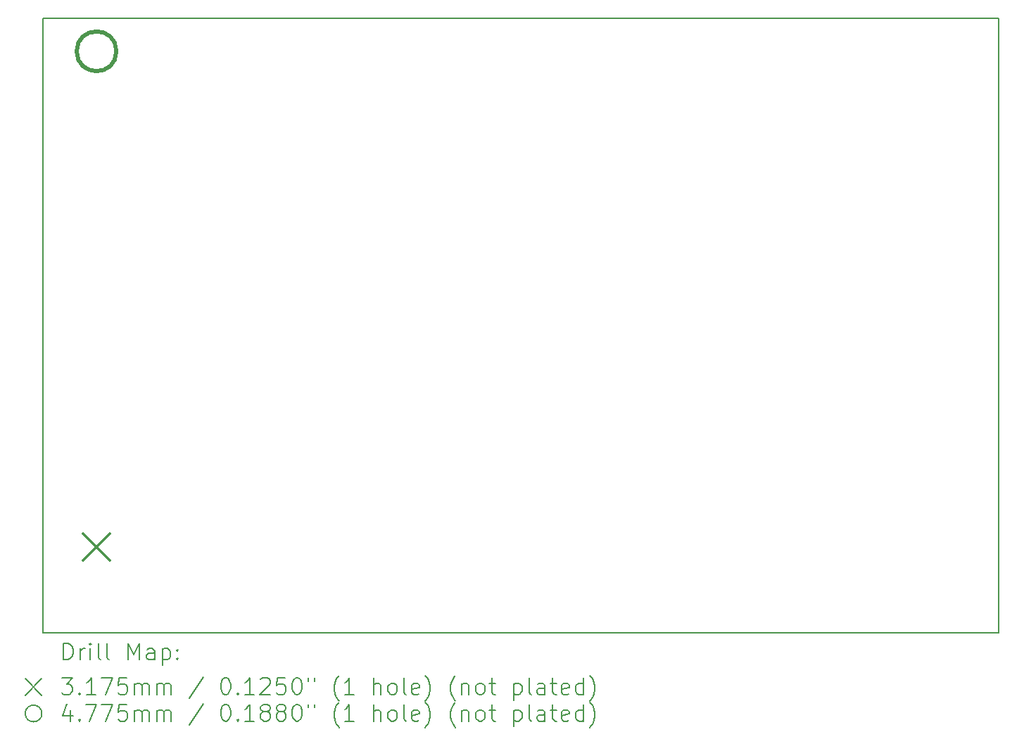
<source format=gbr>
%TF.GenerationSoftware,KiCad,Pcbnew,9.0.0*%
%TF.CreationDate,2025-03-15T18:23:44-05:00*%
%TF.ProjectId,Model I RS232,4d6f6465-6c20-4492-9052-533233322e6b,rev?*%
%TF.SameCoordinates,Original*%
%TF.FileFunction,Drillmap*%
%TF.FilePolarity,Positive*%
%FSLAX45Y45*%
G04 Gerber Fmt 4.5, Leading zero omitted, Abs format (unit mm)*
G04 Created by KiCad (PCBNEW 9.0.0) date 2025-03-15 18:23:44*
%MOMM*%
%LPD*%
G01*
G04 APERTURE LIST*
%ADD10C,0.200000*%
%ADD11C,0.317500*%
%ADD12C,0.477520*%
G04 APERTURE END LIST*
D10*
X7510000Y-7460000D02*
X19010000Y-7460000D01*
X19010000Y-14860000D01*
X7510000Y-14860000D01*
X7510000Y-7460000D01*
D11*
X7999250Y-13666250D02*
X8316750Y-13983750D01*
X8316750Y-13666250D02*
X7999250Y-13983750D01*
D12*
X8396760Y-7856000D02*
G75*
G02*
X7919240Y-7856000I-238760J0D01*
G01*
X7919240Y-7856000D02*
G75*
G02*
X8396760Y-7856000I238760J0D01*
G01*
D10*
X7760777Y-15181484D02*
X7760777Y-14981484D01*
X7760777Y-14981484D02*
X7808396Y-14981484D01*
X7808396Y-14981484D02*
X7836967Y-14991008D01*
X7836967Y-14991008D02*
X7856015Y-15010055D01*
X7856015Y-15010055D02*
X7865539Y-15029103D01*
X7865539Y-15029103D02*
X7875062Y-15067198D01*
X7875062Y-15067198D02*
X7875062Y-15095769D01*
X7875062Y-15095769D02*
X7865539Y-15133865D01*
X7865539Y-15133865D02*
X7856015Y-15152912D01*
X7856015Y-15152912D02*
X7836967Y-15171960D01*
X7836967Y-15171960D02*
X7808396Y-15181484D01*
X7808396Y-15181484D02*
X7760777Y-15181484D01*
X7960777Y-15181484D02*
X7960777Y-15048150D01*
X7960777Y-15086246D02*
X7970301Y-15067198D01*
X7970301Y-15067198D02*
X7979824Y-15057674D01*
X7979824Y-15057674D02*
X7998872Y-15048150D01*
X7998872Y-15048150D02*
X8017920Y-15048150D01*
X8084586Y-15181484D02*
X8084586Y-15048150D01*
X8084586Y-14981484D02*
X8075062Y-14991008D01*
X8075062Y-14991008D02*
X8084586Y-15000531D01*
X8084586Y-15000531D02*
X8094110Y-14991008D01*
X8094110Y-14991008D02*
X8084586Y-14981484D01*
X8084586Y-14981484D02*
X8084586Y-15000531D01*
X8208396Y-15181484D02*
X8189348Y-15171960D01*
X8189348Y-15171960D02*
X8179824Y-15152912D01*
X8179824Y-15152912D02*
X8179824Y-14981484D01*
X8313158Y-15181484D02*
X8294110Y-15171960D01*
X8294110Y-15171960D02*
X8284586Y-15152912D01*
X8284586Y-15152912D02*
X8284586Y-14981484D01*
X8541729Y-15181484D02*
X8541729Y-14981484D01*
X8541729Y-14981484D02*
X8608396Y-15124341D01*
X8608396Y-15124341D02*
X8675063Y-14981484D01*
X8675063Y-14981484D02*
X8675063Y-15181484D01*
X8856015Y-15181484D02*
X8856015Y-15076722D01*
X8856015Y-15076722D02*
X8846491Y-15057674D01*
X8846491Y-15057674D02*
X8827444Y-15048150D01*
X8827444Y-15048150D02*
X8789348Y-15048150D01*
X8789348Y-15048150D02*
X8770301Y-15057674D01*
X8856015Y-15171960D02*
X8836967Y-15181484D01*
X8836967Y-15181484D02*
X8789348Y-15181484D01*
X8789348Y-15181484D02*
X8770301Y-15171960D01*
X8770301Y-15171960D02*
X8760777Y-15152912D01*
X8760777Y-15152912D02*
X8760777Y-15133865D01*
X8760777Y-15133865D02*
X8770301Y-15114817D01*
X8770301Y-15114817D02*
X8789348Y-15105293D01*
X8789348Y-15105293D02*
X8836967Y-15105293D01*
X8836967Y-15105293D02*
X8856015Y-15095769D01*
X8951253Y-15048150D02*
X8951253Y-15248150D01*
X8951253Y-15057674D02*
X8970301Y-15048150D01*
X8970301Y-15048150D02*
X9008396Y-15048150D01*
X9008396Y-15048150D02*
X9027444Y-15057674D01*
X9027444Y-15057674D02*
X9036967Y-15067198D01*
X9036967Y-15067198D02*
X9046491Y-15086246D01*
X9046491Y-15086246D02*
X9046491Y-15143388D01*
X9046491Y-15143388D02*
X9036967Y-15162436D01*
X9036967Y-15162436D02*
X9027444Y-15171960D01*
X9027444Y-15171960D02*
X9008396Y-15181484D01*
X9008396Y-15181484D02*
X8970301Y-15181484D01*
X8970301Y-15181484D02*
X8951253Y-15171960D01*
X9132205Y-15162436D02*
X9141729Y-15171960D01*
X9141729Y-15171960D02*
X9132205Y-15181484D01*
X9132205Y-15181484D02*
X9122682Y-15171960D01*
X9122682Y-15171960D02*
X9132205Y-15162436D01*
X9132205Y-15162436D02*
X9132205Y-15181484D01*
X9132205Y-15057674D02*
X9141729Y-15067198D01*
X9141729Y-15067198D02*
X9132205Y-15076722D01*
X9132205Y-15076722D02*
X9122682Y-15067198D01*
X9122682Y-15067198D02*
X9132205Y-15057674D01*
X9132205Y-15057674D02*
X9132205Y-15076722D01*
X7300000Y-15410000D02*
X7500000Y-15610000D01*
X7500000Y-15410000D02*
X7300000Y-15610000D01*
X7741729Y-15401484D02*
X7865539Y-15401484D01*
X7865539Y-15401484D02*
X7798872Y-15477674D01*
X7798872Y-15477674D02*
X7827443Y-15477674D01*
X7827443Y-15477674D02*
X7846491Y-15487198D01*
X7846491Y-15487198D02*
X7856015Y-15496722D01*
X7856015Y-15496722D02*
X7865539Y-15515769D01*
X7865539Y-15515769D02*
X7865539Y-15563388D01*
X7865539Y-15563388D02*
X7856015Y-15582436D01*
X7856015Y-15582436D02*
X7846491Y-15591960D01*
X7846491Y-15591960D02*
X7827443Y-15601484D01*
X7827443Y-15601484D02*
X7770301Y-15601484D01*
X7770301Y-15601484D02*
X7751253Y-15591960D01*
X7751253Y-15591960D02*
X7741729Y-15582436D01*
X7951253Y-15582436D02*
X7960777Y-15591960D01*
X7960777Y-15591960D02*
X7951253Y-15601484D01*
X7951253Y-15601484D02*
X7941729Y-15591960D01*
X7941729Y-15591960D02*
X7951253Y-15582436D01*
X7951253Y-15582436D02*
X7951253Y-15601484D01*
X8151253Y-15601484D02*
X8036967Y-15601484D01*
X8094110Y-15601484D02*
X8094110Y-15401484D01*
X8094110Y-15401484D02*
X8075062Y-15430055D01*
X8075062Y-15430055D02*
X8056015Y-15449103D01*
X8056015Y-15449103D02*
X8036967Y-15458627D01*
X8217920Y-15401484D02*
X8351253Y-15401484D01*
X8351253Y-15401484D02*
X8265539Y-15601484D01*
X8522682Y-15401484D02*
X8427444Y-15401484D01*
X8427444Y-15401484D02*
X8417920Y-15496722D01*
X8417920Y-15496722D02*
X8427444Y-15487198D01*
X8427444Y-15487198D02*
X8446491Y-15477674D01*
X8446491Y-15477674D02*
X8494110Y-15477674D01*
X8494110Y-15477674D02*
X8513158Y-15487198D01*
X8513158Y-15487198D02*
X8522682Y-15496722D01*
X8522682Y-15496722D02*
X8532205Y-15515769D01*
X8532205Y-15515769D02*
X8532205Y-15563388D01*
X8532205Y-15563388D02*
X8522682Y-15582436D01*
X8522682Y-15582436D02*
X8513158Y-15591960D01*
X8513158Y-15591960D02*
X8494110Y-15601484D01*
X8494110Y-15601484D02*
X8446491Y-15601484D01*
X8446491Y-15601484D02*
X8427444Y-15591960D01*
X8427444Y-15591960D02*
X8417920Y-15582436D01*
X8617920Y-15601484D02*
X8617920Y-15468150D01*
X8617920Y-15487198D02*
X8627444Y-15477674D01*
X8627444Y-15477674D02*
X8646491Y-15468150D01*
X8646491Y-15468150D02*
X8675063Y-15468150D01*
X8675063Y-15468150D02*
X8694110Y-15477674D01*
X8694110Y-15477674D02*
X8703634Y-15496722D01*
X8703634Y-15496722D02*
X8703634Y-15601484D01*
X8703634Y-15496722D02*
X8713158Y-15477674D01*
X8713158Y-15477674D02*
X8732205Y-15468150D01*
X8732205Y-15468150D02*
X8760777Y-15468150D01*
X8760777Y-15468150D02*
X8779825Y-15477674D01*
X8779825Y-15477674D02*
X8789348Y-15496722D01*
X8789348Y-15496722D02*
X8789348Y-15601484D01*
X8884586Y-15601484D02*
X8884586Y-15468150D01*
X8884586Y-15487198D02*
X8894110Y-15477674D01*
X8894110Y-15477674D02*
X8913158Y-15468150D01*
X8913158Y-15468150D02*
X8941729Y-15468150D01*
X8941729Y-15468150D02*
X8960777Y-15477674D01*
X8960777Y-15477674D02*
X8970301Y-15496722D01*
X8970301Y-15496722D02*
X8970301Y-15601484D01*
X8970301Y-15496722D02*
X8979825Y-15477674D01*
X8979825Y-15477674D02*
X8998872Y-15468150D01*
X8998872Y-15468150D02*
X9027444Y-15468150D01*
X9027444Y-15468150D02*
X9046491Y-15477674D01*
X9046491Y-15477674D02*
X9056015Y-15496722D01*
X9056015Y-15496722D02*
X9056015Y-15601484D01*
X9446491Y-15391960D02*
X9275063Y-15649103D01*
X9703634Y-15401484D02*
X9722682Y-15401484D01*
X9722682Y-15401484D02*
X9741729Y-15411008D01*
X9741729Y-15411008D02*
X9751253Y-15420531D01*
X9751253Y-15420531D02*
X9760777Y-15439579D01*
X9760777Y-15439579D02*
X9770301Y-15477674D01*
X9770301Y-15477674D02*
X9770301Y-15525293D01*
X9770301Y-15525293D02*
X9760777Y-15563388D01*
X9760777Y-15563388D02*
X9751253Y-15582436D01*
X9751253Y-15582436D02*
X9741729Y-15591960D01*
X9741729Y-15591960D02*
X9722682Y-15601484D01*
X9722682Y-15601484D02*
X9703634Y-15601484D01*
X9703634Y-15601484D02*
X9684587Y-15591960D01*
X9684587Y-15591960D02*
X9675063Y-15582436D01*
X9675063Y-15582436D02*
X9665539Y-15563388D01*
X9665539Y-15563388D02*
X9656015Y-15525293D01*
X9656015Y-15525293D02*
X9656015Y-15477674D01*
X9656015Y-15477674D02*
X9665539Y-15439579D01*
X9665539Y-15439579D02*
X9675063Y-15420531D01*
X9675063Y-15420531D02*
X9684587Y-15411008D01*
X9684587Y-15411008D02*
X9703634Y-15401484D01*
X9856015Y-15582436D02*
X9865539Y-15591960D01*
X9865539Y-15591960D02*
X9856015Y-15601484D01*
X9856015Y-15601484D02*
X9846491Y-15591960D01*
X9846491Y-15591960D02*
X9856015Y-15582436D01*
X9856015Y-15582436D02*
X9856015Y-15601484D01*
X10056015Y-15601484D02*
X9941729Y-15601484D01*
X9998872Y-15601484D02*
X9998872Y-15401484D01*
X9998872Y-15401484D02*
X9979825Y-15430055D01*
X9979825Y-15430055D02*
X9960777Y-15449103D01*
X9960777Y-15449103D02*
X9941729Y-15458627D01*
X10132206Y-15420531D02*
X10141729Y-15411008D01*
X10141729Y-15411008D02*
X10160777Y-15401484D01*
X10160777Y-15401484D02*
X10208396Y-15401484D01*
X10208396Y-15401484D02*
X10227444Y-15411008D01*
X10227444Y-15411008D02*
X10236968Y-15420531D01*
X10236968Y-15420531D02*
X10246491Y-15439579D01*
X10246491Y-15439579D02*
X10246491Y-15458627D01*
X10246491Y-15458627D02*
X10236968Y-15487198D01*
X10236968Y-15487198D02*
X10122682Y-15601484D01*
X10122682Y-15601484D02*
X10246491Y-15601484D01*
X10427444Y-15401484D02*
X10332206Y-15401484D01*
X10332206Y-15401484D02*
X10322682Y-15496722D01*
X10322682Y-15496722D02*
X10332206Y-15487198D01*
X10332206Y-15487198D02*
X10351253Y-15477674D01*
X10351253Y-15477674D02*
X10398872Y-15477674D01*
X10398872Y-15477674D02*
X10417920Y-15487198D01*
X10417920Y-15487198D02*
X10427444Y-15496722D01*
X10427444Y-15496722D02*
X10436968Y-15515769D01*
X10436968Y-15515769D02*
X10436968Y-15563388D01*
X10436968Y-15563388D02*
X10427444Y-15582436D01*
X10427444Y-15582436D02*
X10417920Y-15591960D01*
X10417920Y-15591960D02*
X10398872Y-15601484D01*
X10398872Y-15601484D02*
X10351253Y-15601484D01*
X10351253Y-15601484D02*
X10332206Y-15591960D01*
X10332206Y-15591960D02*
X10322682Y-15582436D01*
X10560777Y-15401484D02*
X10579825Y-15401484D01*
X10579825Y-15401484D02*
X10598872Y-15411008D01*
X10598872Y-15411008D02*
X10608396Y-15420531D01*
X10608396Y-15420531D02*
X10617920Y-15439579D01*
X10617920Y-15439579D02*
X10627444Y-15477674D01*
X10627444Y-15477674D02*
X10627444Y-15525293D01*
X10627444Y-15525293D02*
X10617920Y-15563388D01*
X10617920Y-15563388D02*
X10608396Y-15582436D01*
X10608396Y-15582436D02*
X10598872Y-15591960D01*
X10598872Y-15591960D02*
X10579825Y-15601484D01*
X10579825Y-15601484D02*
X10560777Y-15601484D01*
X10560777Y-15601484D02*
X10541729Y-15591960D01*
X10541729Y-15591960D02*
X10532206Y-15582436D01*
X10532206Y-15582436D02*
X10522682Y-15563388D01*
X10522682Y-15563388D02*
X10513158Y-15525293D01*
X10513158Y-15525293D02*
X10513158Y-15477674D01*
X10513158Y-15477674D02*
X10522682Y-15439579D01*
X10522682Y-15439579D02*
X10532206Y-15420531D01*
X10532206Y-15420531D02*
X10541729Y-15411008D01*
X10541729Y-15411008D02*
X10560777Y-15401484D01*
X10703634Y-15401484D02*
X10703634Y-15439579D01*
X10779825Y-15401484D02*
X10779825Y-15439579D01*
X11075063Y-15677674D02*
X11065539Y-15668150D01*
X11065539Y-15668150D02*
X11046491Y-15639579D01*
X11046491Y-15639579D02*
X11036968Y-15620531D01*
X11036968Y-15620531D02*
X11027444Y-15591960D01*
X11027444Y-15591960D02*
X11017920Y-15544341D01*
X11017920Y-15544341D02*
X11017920Y-15506246D01*
X11017920Y-15506246D02*
X11027444Y-15458627D01*
X11027444Y-15458627D02*
X11036968Y-15430055D01*
X11036968Y-15430055D02*
X11046491Y-15411008D01*
X11046491Y-15411008D02*
X11065539Y-15382436D01*
X11065539Y-15382436D02*
X11075063Y-15372912D01*
X11256015Y-15601484D02*
X11141730Y-15601484D01*
X11198872Y-15601484D02*
X11198872Y-15401484D01*
X11198872Y-15401484D02*
X11179825Y-15430055D01*
X11179825Y-15430055D02*
X11160777Y-15449103D01*
X11160777Y-15449103D02*
X11141730Y-15458627D01*
X11494110Y-15601484D02*
X11494110Y-15401484D01*
X11579825Y-15601484D02*
X11579825Y-15496722D01*
X11579825Y-15496722D02*
X11570301Y-15477674D01*
X11570301Y-15477674D02*
X11551253Y-15468150D01*
X11551253Y-15468150D02*
X11522682Y-15468150D01*
X11522682Y-15468150D02*
X11503634Y-15477674D01*
X11503634Y-15477674D02*
X11494110Y-15487198D01*
X11703634Y-15601484D02*
X11684587Y-15591960D01*
X11684587Y-15591960D02*
X11675063Y-15582436D01*
X11675063Y-15582436D02*
X11665539Y-15563388D01*
X11665539Y-15563388D02*
X11665539Y-15506246D01*
X11665539Y-15506246D02*
X11675063Y-15487198D01*
X11675063Y-15487198D02*
X11684587Y-15477674D01*
X11684587Y-15477674D02*
X11703634Y-15468150D01*
X11703634Y-15468150D02*
X11732206Y-15468150D01*
X11732206Y-15468150D02*
X11751253Y-15477674D01*
X11751253Y-15477674D02*
X11760777Y-15487198D01*
X11760777Y-15487198D02*
X11770301Y-15506246D01*
X11770301Y-15506246D02*
X11770301Y-15563388D01*
X11770301Y-15563388D02*
X11760777Y-15582436D01*
X11760777Y-15582436D02*
X11751253Y-15591960D01*
X11751253Y-15591960D02*
X11732206Y-15601484D01*
X11732206Y-15601484D02*
X11703634Y-15601484D01*
X11884587Y-15601484D02*
X11865539Y-15591960D01*
X11865539Y-15591960D02*
X11856015Y-15572912D01*
X11856015Y-15572912D02*
X11856015Y-15401484D01*
X12036968Y-15591960D02*
X12017920Y-15601484D01*
X12017920Y-15601484D02*
X11979825Y-15601484D01*
X11979825Y-15601484D02*
X11960777Y-15591960D01*
X11960777Y-15591960D02*
X11951253Y-15572912D01*
X11951253Y-15572912D02*
X11951253Y-15496722D01*
X11951253Y-15496722D02*
X11960777Y-15477674D01*
X11960777Y-15477674D02*
X11979825Y-15468150D01*
X11979825Y-15468150D02*
X12017920Y-15468150D01*
X12017920Y-15468150D02*
X12036968Y-15477674D01*
X12036968Y-15477674D02*
X12046491Y-15496722D01*
X12046491Y-15496722D02*
X12046491Y-15515769D01*
X12046491Y-15515769D02*
X11951253Y-15534817D01*
X12113158Y-15677674D02*
X12122682Y-15668150D01*
X12122682Y-15668150D02*
X12141730Y-15639579D01*
X12141730Y-15639579D02*
X12151253Y-15620531D01*
X12151253Y-15620531D02*
X12160777Y-15591960D01*
X12160777Y-15591960D02*
X12170301Y-15544341D01*
X12170301Y-15544341D02*
X12170301Y-15506246D01*
X12170301Y-15506246D02*
X12160777Y-15458627D01*
X12160777Y-15458627D02*
X12151253Y-15430055D01*
X12151253Y-15430055D02*
X12141730Y-15411008D01*
X12141730Y-15411008D02*
X12122682Y-15382436D01*
X12122682Y-15382436D02*
X12113158Y-15372912D01*
X12475063Y-15677674D02*
X12465539Y-15668150D01*
X12465539Y-15668150D02*
X12446491Y-15639579D01*
X12446491Y-15639579D02*
X12436968Y-15620531D01*
X12436968Y-15620531D02*
X12427444Y-15591960D01*
X12427444Y-15591960D02*
X12417920Y-15544341D01*
X12417920Y-15544341D02*
X12417920Y-15506246D01*
X12417920Y-15506246D02*
X12427444Y-15458627D01*
X12427444Y-15458627D02*
X12436968Y-15430055D01*
X12436968Y-15430055D02*
X12446491Y-15411008D01*
X12446491Y-15411008D02*
X12465539Y-15382436D01*
X12465539Y-15382436D02*
X12475063Y-15372912D01*
X12551253Y-15468150D02*
X12551253Y-15601484D01*
X12551253Y-15487198D02*
X12560777Y-15477674D01*
X12560777Y-15477674D02*
X12579825Y-15468150D01*
X12579825Y-15468150D02*
X12608396Y-15468150D01*
X12608396Y-15468150D02*
X12627444Y-15477674D01*
X12627444Y-15477674D02*
X12636968Y-15496722D01*
X12636968Y-15496722D02*
X12636968Y-15601484D01*
X12760777Y-15601484D02*
X12741730Y-15591960D01*
X12741730Y-15591960D02*
X12732206Y-15582436D01*
X12732206Y-15582436D02*
X12722682Y-15563388D01*
X12722682Y-15563388D02*
X12722682Y-15506246D01*
X12722682Y-15506246D02*
X12732206Y-15487198D01*
X12732206Y-15487198D02*
X12741730Y-15477674D01*
X12741730Y-15477674D02*
X12760777Y-15468150D01*
X12760777Y-15468150D02*
X12789349Y-15468150D01*
X12789349Y-15468150D02*
X12808396Y-15477674D01*
X12808396Y-15477674D02*
X12817920Y-15487198D01*
X12817920Y-15487198D02*
X12827444Y-15506246D01*
X12827444Y-15506246D02*
X12827444Y-15563388D01*
X12827444Y-15563388D02*
X12817920Y-15582436D01*
X12817920Y-15582436D02*
X12808396Y-15591960D01*
X12808396Y-15591960D02*
X12789349Y-15601484D01*
X12789349Y-15601484D02*
X12760777Y-15601484D01*
X12884587Y-15468150D02*
X12960777Y-15468150D01*
X12913158Y-15401484D02*
X12913158Y-15572912D01*
X12913158Y-15572912D02*
X12922682Y-15591960D01*
X12922682Y-15591960D02*
X12941730Y-15601484D01*
X12941730Y-15601484D02*
X12960777Y-15601484D01*
X13179825Y-15468150D02*
X13179825Y-15668150D01*
X13179825Y-15477674D02*
X13198872Y-15468150D01*
X13198872Y-15468150D02*
X13236968Y-15468150D01*
X13236968Y-15468150D02*
X13256015Y-15477674D01*
X13256015Y-15477674D02*
X13265539Y-15487198D01*
X13265539Y-15487198D02*
X13275063Y-15506246D01*
X13275063Y-15506246D02*
X13275063Y-15563388D01*
X13275063Y-15563388D02*
X13265539Y-15582436D01*
X13265539Y-15582436D02*
X13256015Y-15591960D01*
X13256015Y-15591960D02*
X13236968Y-15601484D01*
X13236968Y-15601484D02*
X13198872Y-15601484D01*
X13198872Y-15601484D02*
X13179825Y-15591960D01*
X13389349Y-15601484D02*
X13370301Y-15591960D01*
X13370301Y-15591960D02*
X13360777Y-15572912D01*
X13360777Y-15572912D02*
X13360777Y-15401484D01*
X13551253Y-15601484D02*
X13551253Y-15496722D01*
X13551253Y-15496722D02*
X13541730Y-15477674D01*
X13541730Y-15477674D02*
X13522682Y-15468150D01*
X13522682Y-15468150D02*
X13484587Y-15468150D01*
X13484587Y-15468150D02*
X13465539Y-15477674D01*
X13551253Y-15591960D02*
X13532206Y-15601484D01*
X13532206Y-15601484D02*
X13484587Y-15601484D01*
X13484587Y-15601484D02*
X13465539Y-15591960D01*
X13465539Y-15591960D02*
X13456015Y-15572912D01*
X13456015Y-15572912D02*
X13456015Y-15553865D01*
X13456015Y-15553865D02*
X13465539Y-15534817D01*
X13465539Y-15534817D02*
X13484587Y-15525293D01*
X13484587Y-15525293D02*
X13532206Y-15525293D01*
X13532206Y-15525293D02*
X13551253Y-15515769D01*
X13617920Y-15468150D02*
X13694111Y-15468150D01*
X13646492Y-15401484D02*
X13646492Y-15572912D01*
X13646492Y-15572912D02*
X13656015Y-15591960D01*
X13656015Y-15591960D02*
X13675063Y-15601484D01*
X13675063Y-15601484D02*
X13694111Y-15601484D01*
X13836968Y-15591960D02*
X13817920Y-15601484D01*
X13817920Y-15601484D02*
X13779825Y-15601484D01*
X13779825Y-15601484D02*
X13760777Y-15591960D01*
X13760777Y-15591960D02*
X13751253Y-15572912D01*
X13751253Y-15572912D02*
X13751253Y-15496722D01*
X13751253Y-15496722D02*
X13760777Y-15477674D01*
X13760777Y-15477674D02*
X13779825Y-15468150D01*
X13779825Y-15468150D02*
X13817920Y-15468150D01*
X13817920Y-15468150D02*
X13836968Y-15477674D01*
X13836968Y-15477674D02*
X13846492Y-15496722D01*
X13846492Y-15496722D02*
X13846492Y-15515769D01*
X13846492Y-15515769D02*
X13751253Y-15534817D01*
X14017920Y-15601484D02*
X14017920Y-15401484D01*
X14017920Y-15591960D02*
X13998873Y-15601484D01*
X13998873Y-15601484D02*
X13960777Y-15601484D01*
X13960777Y-15601484D02*
X13941730Y-15591960D01*
X13941730Y-15591960D02*
X13932206Y-15582436D01*
X13932206Y-15582436D02*
X13922682Y-15563388D01*
X13922682Y-15563388D02*
X13922682Y-15506246D01*
X13922682Y-15506246D02*
X13932206Y-15487198D01*
X13932206Y-15487198D02*
X13941730Y-15477674D01*
X13941730Y-15477674D02*
X13960777Y-15468150D01*
X13960777Y-15468150D02*
X13998873Y-15468150D01*
X13998873Y-15468150D02*
X14017920Y-15477674D01*
X14094111Y-15677674D02*
X14103634Y-15668150D01*
X14103634Y-15668150D02*
X14122682Y-15639579D01*
X14122682Y-15639579D02*
X14132206Y-15620531D01*
X14132206Y-15620531D02*
X14141730Y-15591960D01*
X14141730Y-15591960D02*
X14151253Y-15544341D01*
X14151253Y-15544341D02*
X14151253Y-15506246D01*
X14151253Y-15506246D02*
X14141730Y-15458627D01*
X14141730Y-15458627D02*
X14132206Y-15430055D01*
X14132206Y-15430055D02*
X14122682Y-15411008D01*
X14122682Y-15411008D02*
X14103634Y-15382436D01*
X14103634Y-15382436D02*
X14094111Y-15372912D01*
X7500000Y-15830000D02*
G75*
G02*
X7300000Y-15830000I-100000J0D01*
G01*
X7300000Y-15830000D02*
G75*
G02*
X7500000Y-15830000I100000J0D01*
G01*
X7846491Y-15788150D02*
X7846491Y-15921484D01*
X7798872Y-15711960D02*
X7751253Y-15854817D01*
X7751253Y-15854817D02*
X7875062Y-15854817D01*
X7951253Y-15902436D02*
X7960777Y-15911960D01*
X7960777Y-15911960D02*
X7951253Y-15921484D01*
X7951253Y-15921484D02*
X7941729Y-15911960D01*
X7941729Y-15911960D02*
X7951253Y-15902436D01*
X7951253Y-15902436D02*
X7951253Y-15921484D01*
X8027443Y-15721484D02*
X8160777Y-15721484D01*
X8160777Y-15721484D02*
X8075062Y-15921484D01*
X8217920Y-15721484D02*
X8351253Y-15721484D01*
X8351253Y-15721484D02*
X8265539Y-15921484D01*
X8522682Y-15721484D02*
X8427444Y-15721484D01*
X8427444Y-15721484D02*
X8417920Y-15816722D01*
X8417920Y-15816722D02*
X8427444Y-15807198D01*
X8427444Y-15807198D02*
X8446491Y-15797674D01*
X8446491Y-15797674D02*
X8494110Y-15797674D01*
X8494110Y-15797674D02*
X8513158Y-15807198D01*
X8513158Y-15807198D02*
X8522682Y-15816722D01*
X8522682Y-15816722D02*
X8532205Y-15835769D01*
X8532205Y-15835769D02*
X8532205Y-15883388D01*
X8532205Y-15883388D02*
X8522682Y-15902436D01*
X8522682Y-15902436D02*
X8513158Y-15911960D01*
X8513158Y-15911960D02*
X8494110Y-15921484D01*
X8494110Y-15921484D02*
X8446491Y-15921484D01*
X8446491Y-15921484D02*
X8427444Y-15911960D01*
X8427444Y-15911960D02*
X8417920Y-15902436D01*
X8617920Y-15921484D02*
X8617920Y-15788150D01*
X8617920Y-15807198D02*
X8627444Y-15797674D01*
X8627444Y-15797674D02*
X8646491Y-15788150D01*
X8646491Y-15788150D02*
X8675063Y-15788150D01*
X8675063Y-15788150D02*
X8694110Y-15797674D01*
X8694110Y-15797674D02*
X8703634Y-15816722D01*
X8703634Y-15816722D02*
X8703634Y-15921484D01*
X8703634Y-15816722D02*
X8713158Y-15797674D01*
X8713158Y-15797674D02*
X8732205Y-15788150D01*
X8732205Y-15788150D02*
X8760777Y-15788150D01*
X8760777Y-15788150D02*
X8779825Y-15797674D01*
X8779825Y-15797674D02*
X8789348Y-15816722D01*
X8789348Y-15816722D02*
X8789348Y-15921484D01*
X8884586Y-15921484D02*
X8884586Y-15788150D01*
X8884586Y-15807198D02*
X8894110Y-15797674D01*
X8894110Y-15797674D02*
X8913158Y-15788150D01*
X8913158Y-15788150D02*
X8941729Y-15788150D01*
X8941729Y-15788150D02*
X8960777Y-15797674D01*
X8960777Y-15797674D02*
X8970301Y-15816722D01*
X8970301Y-15816722D02*
X8970301Y-15921484D01*
X8970301Y-15816722D02*
X8979825Y-15797674D01*
X8979825Y-15797674D02*
X8998872Y-15788150D01*
X8998872Y-15788150D02*
X9027444Y-15788150D01*
X9027444Y-15788150D02*
X9046491Y-15797674D01*
X9046491Y-15797674D02*
X9056015Y-15816722D01*
X9056015Y-15816722D02*
X9056015Y-15921484D01*
X9446491Y-15711960D02*
X9275063Y-15969103D01*
X9703634Y-15721484D02*
X9722682Y-15721484D01*
X9722682Y-15721484D02*
X9741729Y-15731008D01*
X9741729Y-15731008D02*
X9751253Y-15740531D01*
X9751253Y-15740531D02*
X9760777Y-15759579D01*
X9760777Y-15759579D02*
X9770301Y-15797674D01*
X9770301Y-15797674D02*
X9770301Y-15845293D01*
X9770301Y-15845293D02*
X9760777Y-15883388D01*
X9760777Y-15883388D02*
X9751253Y-15902436D01*
X9751253Y-15902436D02*
X9741729Y-15911960D01*
X9741729Y-15911960D02*
X9722682Y-15921484D01*
X9722682Y-15921484D02*
X9703634Y-15921484D01*
X9703634Y-15921484D02*
X9684587Y-15911960D01*
X9684587Y-15911960D02*
X9675063Y-15902436D01*
X9675063Y-15902436D02*
X9665539Y-15883388D01*
X9665539Y-15883388D02*
X9656015Y-15845293D01*
X9656015Y-15845293D02*
X9656015Y-15797674D01*
X9656015Y-15797674D02*
X9665539Y-15759579D01*
X9665539Y-15759579D02*
X9675063Y-15740531D01*
X9675063Y-15740531D02*
X9684587Y-15731008D01*
X9684587Y-15731008D02*
X9703634Y-15721484D01*
X9856015Y-15902436D02*
X9865539Y-15911960D01*
X9865539Y-15911960D02*
X9856015Y-15921484D01*
X9856015Y-15921484D02*
X9846491Y-15911960D01*
X9846491Y-15911960D02*
X9856015Y-15902436D01*
X9856015Y-15902436D02*
X9856015Y-15921484D01*
X10056015Y-15921484D02*
X9941729Y-15921484D01*
X9998872Y-15921484D02*
X9998872Y-15721484D01*
X9998872Y-15721484D02*
X9979825Y-15750055D01*
X9979825Y-15750055D02*
X9960777Y-15769103D01*
X9960777Y-15769103D02*
X9941729Y-15778627D01*
X10170301Y-15807198D02*
X10151253Y-15797674D01*
X10151253Y-15797674D02*
X10141729Y-15788150D01*
X10141729Y-15788150D02*
X10132206Y-15769103D01*
X10132206Y-15769103D02*
X10132206Y-15759579D01*
X10132206Y-15759579D02*
X10141729Y-15740531D01*
X10141729Y-15740531D02*
X10151253Y-15731008D01*
X10151253Y-15731008D02*
X10170301Y-15721484D01*
X10170301Y-15721484D02*
X10208396Y-15721484D01*
X10208396Y-15721484D02*
X10227444Y-15731008D01*
X10227444Y-15731008D02*
X10236968Y-15740531D01*
X10236968Y-15740531D02*
X10246491Y-15759579D01*
X10246491Y-15759579D02*
X10246491Y-15769103D01*
X10246491Y-15769103D02*
X10236968Y-15788150D01*
X10236968Y-15788150D02*
X10227444Y-15797674D01*
X10227444Y-15797674D02*
X10208396Y-15807198D01*
X10208396Y-15807198D02*
X10170301Y-15807198D01*
X10170301Y-15807198D02*
X10151253Y-15816722D01*
X10151253Y-15816722D02*
X10141729Y-15826246D01*
X10141729Y-15826246D02*
X10132206Y-15845293D01*
X10132206Y-15845293D02*
X10132206Y-15883388D01*
X10132206Y-15883388D02*
X10141729Y-15902436D01*
X10141729Y-15902436D02*
X10151253Y-15911960D01*
X10151253Y-15911960D02*
X10170301Y-15921484D01*
X10170301Y-15921484D02*
X10208396Y-15921484D01*
X10208396Y-15921484D02*
X10227444Y-15911960D01*
X10227444Y-15911960D02*
X10236968Y-15902436D01*
X10236968Y-15902436D02*
X10246491Y-15883388D01*
X10246491Y-15883388D02*
X10246491Y-15845293D01*
X10246491Y-15845293D02*
X10236968Y-15826246D01*
X10236968Y-15826246D02*
X10227444Y-15816722D01*
X10227444Y-15816722D02*
X10208396Y-15807198D01*
X10360777Y-15807198D02*
X10341729Y-15797674D01*
X10341729Y-15797674D02*
X10332206Y-15788150D01*
X10332206Y-15788150D02*
X10322682Y-15769103D01*
X10322682Y-15769103D02*
X10322682Y-15759579D01*
X10322682Y-15759579D02*
X10332206Y-15740531D01*
X10332206Y-15740531D02*
X10341729Y-15731008D01*
X10341729Y-15731008D02*
X10360777Y-15721484D01*
X10360777Y-15721484D02*
X10398872Y-15721484D01*
X10398872Y-15721484D02*
X10417920Y-15731008D01*
X10417920Y-15731008D02*
X10427444Y-15740531D01*
X10427444Y-15740531D02*
X10436968Y-15759579D01*
X10436968Y-15759579D02*
X10436968Y-15769103D01*
X10436968Y-15769103D02*
X10427444Y-15788150D01*
X10427444Y-15788150D02*
X10417920Y-15797674D01*
X10417920Y-15797674D02*
X10398872Y-15807198D01*
X10398872Y-15807198D02*
X10360777Y-15807198D01*
X10360777Y-15807198D02*
X10341729Y-15816722D01*
X10341729Y-15816722D02*
X10332206Y-15826246D01*
X10332206Y-15826246D02*
X10322682Y-15845293D01*
X10322682Y-15845293D02*
X10322682Y-15883388D01*
X10322682Y-15883388D02*
X10332206Y-15902436D01*
X10332206Y-15902436D02*
X10341729Y-15911960D01*
X10341729Y-15911960D02*
X10360777Y-15921484D01*
X10360777Y-15921484D02*
X10398872Y-15921484D01*
X10398872Y-15921484D02*
X10417920Y-15911960D01*
X10417920Y-15911960D02*
X10427444Y-15902436D01*
X10427444Y-15902436D02*
X10436968Y-15883388D01*
X10436968Y-15883388D02*
X10436968Y-15845293D01*
X10436968Y-15845293D02*
X10427444Y-15826246D01*
X10427444Y-15826246D02*
X10417920Y-15816722D01*
X10417920Y-15816722D02*
X10398872Y-15807198D01*
X10560777Y-15721484D02*
X10579825Y-15721484D01*
X10579825Y-15721484D02*
X10598872Y-15731008D01*
X10598872Y-15731008D02*
X10608396Y-15740531D01*
X10608396Y-15740531D02*
X10617920Y-15759579D01*
X10617920Y-15759579D02*
X10627444Y-15797674D01*
X10627444Y-15797674D02*
X10627444Y-15845293D01*
X10627444Y-15845293D02*
X10617920Y-15883388D01*
X10617920Y-15883388D02*
X10608396Y-15902436D01*
X10608396Y-15902436D02*
X10598872Y-15911960D01*
X10598872Y-15911960D02*
X10579825Y-15921484D01*
X10579825Y-15921484D02*
X10560777Y-15921484D01*
X10560777Y-15921484D02*
X10541729Y-15911960D01*
X10541729Y-15911960D02*
X10532206Y-15902436D01*
X10532206Y-15902436D02*
X10522682Y-15883388D01*
X10522682Y-15883388D02*
X10513158Y-15845293D01*
X10513158Y-15845293D02*
X10513158Y-15797674D01*
X10513158Y-15797674D02*
X10522682Y-15759579D01*
X10522682Y-15759579D02*
X10532206Y-15740531D01*
X10532206Y-15740531D02*
X10541729Y-15731008D01*
X10541729Y-15731008D02*
X10560777Y-15721484D01*
X10703634Y-15721484D02*
X10703634Y-15759579D01*
X10779825Y-15721484D02*
X10779825Y-15759579D01*
X11075063Y-15997674D02*
X11065539Y-15988150D01*
X11065539Y-15988150D02*
X11046491Y-15959579D01*
X11046491Y-15959579D02*
X11036968Y-15940531D01*
X11036968Y-15940531D02*
X11027444Y-15911960D01*
X11027444Y-15911960D02*
X11017920Y-15864341D01*
X11017920Y-15864341D02*
X11017920Y-15826246D01*
X11017920Y-15826246D02*
X11027444Y-15778627D01*
X11027444Y-15778627D02*
X11036968Y-15750055D01*
X11036968Y-15750055D02*
X11046491Y-15731008D01*
X11046491Y-15731008D02*
X11065539Y-15702436D01*
X11065539Y-15702436D02*
X11075063Y-15692912D01*
X11256015Y-15921484D02*
X11141730Y-15921484D01*
X11198872Y-15921484D02*
X11198872Y-15721484D01*
X11198872Y-15721484D02*
X11179825Y-15750055D01*
X11179825Y-15750055D02*
X11160777Y-15769103D01*
X11160777Y-15769103D02*
X11141730Y-15778627D01*
X11494110Y-15921484D02*
X11494110Y-15721484D01*
X11579825Y-15921484D02*
X11579825Y-15816722D01*
X11579825Y-15816722D02*
X11570301Y-15797674D01*
X11570301Y-15797674D02*
X11551253Y-15788150D01*
X11551253Y-15788150D02*
X11522682Y-15788150D01*
X11522682Y-15788150D02*
X11503634Y-15797674D01*
X11503634Y-15797674D02*
X11494110Y-15807198D01*
X11703634Y-15921484D02*
X11684587Y-15911960D01*
X11684587Y-15911960D02*
X11675063Y-15902436D01*
X11675063Y-15902436D02*
X11665539Y-15883388D01*
X11665539Y-15883388D02*
X11665539Y-15826246D01*
X11665539Y-15826246D02*
X11675063Y-15807198D01*
X11675063Y-15807198D02*
X11684587Y-15797674D01*
X11684587Y-15797674D02*
X11703634Y-15788150D01*
X11703634Y-15788150D02*
X11732206Y-15788150D01*
X11732206Y-15788150D02*
X11751253Y-15797674D01*
X11751253Y-15797674D02*
X11760777Y-15807198D01*
X11760777Y-15807198D02*
X11770301Y-15826246D01*
X11770301Y-15826246D02*
X11770301Y-15883388D01*
X11770301Y-15883388D02*
X11760777Y-15902436D01*
X11760777Y-15902436D02*
X11751253Y-15911960D01*
X11751253Y-15911960D02*
X11732206Y-15921484D01*
X11732206Y-15921484D02*
X11703634Y-15921484D01*
X11884587Y-15921484D02*
X11865539Y-15911960D01*
X11865539Y-15911960D02*
X11856015Y-15892912D01*
X11856015Y-15892912D02*
X11856015Y-15721484D01*
X12036968Y-15911960D02*
X12017920Y-15921484D01*
X12017920Y-15921484D02*
X11979825Y-15921484D01*
X11979825Y-15921484D02*
X11960777Y-15911960D01*
X11960777Y-15911960D02*
X11951253Y-15892912D01*
X11951253Y-15892912D02*
X11951253Y-15816722D01*
X11951253Y-15816722D02*
X11960777Y-15797674D01*
X11960777Y-15797674D02*
X11979825Y-15788150D01*
X11979825Y-15788150D02*
X12017920Y-15788150D01*
X12017920Y-15788150D02*
X12036968Y-15797674D01*
X12036968Y-15797674D02*
X12046491Y-15816722D01*
X12046491Y-15816722D02*
X12046491Y-15835769D01*
X12046491Y-15835769D02*
X11951253Y-15854817D01*
X12113158Y-15997674D02*
X12122682Y-15988150D01*
X12122682Y-15988150D02*
X12141730Y-15959579D01*
X12141730Y-15959579D02*
X12151253Y-15940531D01*
X12151253Y-15940531D02*
X12160777Y-15911960D01*
X12160777Y-15911960D02*
X12170301Y-15864341D01*
X12170301Y-15864341D02*
X12170301Y-15826246D01*
X12170301Y-15826246D02*
X12160777Y-15778627D01*
X12160777Y-15778627D02*
X12151253Y-15750055D01*
X12151253Y-15750055D02*
X12141730Y-15731008D01*
X12141730Y-15731008D02*
X12122682Y-15702436D01*
X12122682Y-15702436D02*
X12113158Y-15692912D01*
X12475063Y-15997674D02*
X12465539Y-15988150D01*
X12465539Y-15988150D02*
X12446491Y-15959579D01*
X12446491Y-15959579D02*
X12436968Y-15940531D01*
X12436968Y-15940531D02*
X12427444Y-15911960D01*
X12427444Y-15911960D02*
X12417920Y-15864341D01*
X12417920Y-15864341D02*
X12417920Y-15826246D01*
X12417920Y-15826246D02*
X12427444Y-15778627D01*
X12427444Y-15778627D02*
X12436968Y-15750055D01*
X12436968Y-15750055D02*
X12446491Y-15731008D01*
X12446491Y-15731008D02*
X12465539Y-15702436D01*
X12465539Y-15702436D02*
X12475063Y-15692912D01*
X12551253Y-15788150D02*
X12551253Y-15921484D01*
X12551253Y-15807198D02*
X12560777Y-15797674D01*
X12560777Y-15797674D02*
X12579825Y-15788150D01*
X12579825Y-15788150D02*
X12608396Y-15788150D01*
X12608396Y-15788150D02*
X12627444Y-15797674D01*
X12627444Y-15797674D02*
X12636968Y-15816722D01*
X12636968Y-15816722D02*
X12636968Y-15921484D01*
X12760777Y-15921484D02*
X12741730Y-15911960D01*
X12741730Y-15911960D02*
X12732206Y-15902436D01*
X12732206Y-15902436D02*
X12722682Y-15883388D01*
X12722682Y-15883388D02*
X12722682Y-15826246D01*
X12722682Y-15826246D02*
X12732206Y-15807198D01*
X12732206Y-15807198D02*
X12741730Y-15797674D01*
X12741730Y-15797674D02*
X12760777Y-15788150D01*
X12760777Y-15788150D02*
X12789349Y-15788150D01*
X12789349Y-15788150D02*
X12808396Y-15797674D01*
X12808396Y-15797674D02*
X12817920Y-15807198D01*
X12817920Y-15807198D02*
X12827444Y-15826246D01*
X12827444Y-15826246D02*
X12827444Y-15883388D01*
X12827444Y-15883388D02*
X12817920Y-15902436D01*
X12817920Y-15902436D02*
X12808396Y-15911960D01*
X12808396Y-15911960D02*
X12789349Y-15921484D01*
X12789349Y-15921484D02*
X12760777Y-15921484D01*
X12884587Y-15788150D02*
X12960777Y-15788150D01*
X12913158Y-15721484D02*
X12913158Y-15892912D01*
X12913158Y-15892912D02*
X12922682Y-15911960D01*
X12922682Y-15911960D02*
X12941730Y-15921484D01*
X12941730Y-15921484D02*
X12960777Y-15921484D01*
X13179825Y-15788150D02*
X13179825Y-15988150D01*
X13179825Y-15797674D02*
X13198872Y-15788150D01*
X13198872Y-15788150D02*
X13236968Y-15788150D01*
X13236968Y-15788150D02*
X13256015Y-15797674D01*
X13256015Y-15797674D02*
X13265539Y-15807198D01*
X13265539Y-15807198D02*
X13275063Y-15826246D01*
X13275063Y-15826246D02*
X13275063Y-15883388D01*
X13275063Y-15883388D02*
X13265539Y-15902436D01*
X13265539Y-15902436D02*
X13256015Y-15911960D01*
X13256015Y-15911960D02*
X13236968Y-15921484D01*
X13236968Y-15921484D02*
X13198872Y-15921484D01*
X13198872Y-15921484D02*
X13179825Y-15911960D01*
X13389349Y-15921484D02*
X13370301Y-15911960D01*
X13370301Y-15911960D02*
X13360777Y-15892912D01*
X13360777Y-15892912D02*
X13360777Y-15721484D01*
X13551253Y-15921484D02*
X13551253Y-15816722D01*
X13551253Y-15816722D02*
X13541730Y-15797674D01*
X13541730Y-15797674D02*
X13522682Y-15788150D01*
X13522682Y-15788150D02*
X13484587Y-15788150D01*
X13484587Y-15788150D02*
X13465539Y-15797674D01*
X13551253Y-15911960D02*
X13532206Y-15921484D01*
X13532206Y-15921484D02*
X13484587Y-15921484D01*
X13484587Y-15921484D02*
X13465539Y-15911960D01*
X13465539Y-15911960D02*
X13456015Y-15892912D01*
X13456015Y-15892912D02*
X13456015Y-15873865D01*
X13456015Y-15873865D02*
X13465539Y-15854817D01*
X13465539Y-15854817D02*
X13484587Y-15845293D01*
X13484587Y-15845293D02*
X13532206Y-15845293D01*
X13532206Y-15845293D02*
X13551253Y-15835769D01*
X13617920Y-15788150D02*
X13694111Y-15788150D01*
X13646492Y-15721484D02*
X13646492Y-15892912D01*
X13646492Y-15892912D02*
X13656015Y-15911960D01*
X13656015Y-15911960D02*
X13675063Y-15921484D01*
X13675063Y-15921484D02*
X13694111Y-15921484D01*
X13836968Y-15911960D02*
X13817920Y-15921484D01*
X13817920Y-15921484D02*
X13779825Y-15921484D01*
X13779825Y-15921484D02*
X13760777Y-15911960D01*
X13760777Y-15911960D02*
X13751253Y-15892912D01*
X13751253Y-15892912D02*
X13751253Y-15816722D01*
X13751253Y-15816722D02*
X13760777Y-15797674D01*
X13760777Y-15797674D02*
X13779825Y-15788150D01*
X13779825Y-15788150D02*
X13817920Y-15788150D01*
X13817920Y-15788150D02*
X13836968Y-15797674D01*
X13836968Y-15797674D02*
X13846492Y-15816722D01*
X13846492Y-15816722D02*
X13846492Y-15835769D01*
X13846492Y-15835769D02*
X13751253Y-15854817D01*
X14017920Y-15921484D02*
X14017920Y-15721484D01*
X14017920Y-15911960D02*
X13998873Y-15921484D01*
X13998873Y-15921484D02*
X13960777Y-15921484D01*
X13960777Y-15921484D02*
X13941730Y-15911960D01*
X13941730Y-15911960D02*
X13932206Y-15902436D01*
X13932206Y-15902436D02*
X13922682Y-15883388D01*
X13922682Y-15883388D02*
X13922682Y-15826246D01*
X13922682Y-15826246D02*
X13932206Y-15807198D01*
X13932206Y-15807198D02*
X13941730Y-15797674D01*
X13941730Y-15797674D02*
X13960777Y-15788150D01*
X13960777Y-15788150D02*
X13998873Y-15788150D01*
X13998873Y-15788150D02*
X14017920Y-15797674D01*
X14094111Y-15997674D02*
X14103634Y-15988150D01*
X14103634Y-15988150D02*
X14122682Y-15959579D01*
X14122682Y-15959579D02*
X14132206Y-15940531D01*
X14132206Y-15940531D02*
X14141730Y-15911960D01*
X14141730Y-15911960D02*
X14151253Y-15864341D01*
X14151253Y-15864341D02*
X14151253Y-15826246D01*
X14151253Y-15826246D02*
X14141730Y-15778627D01*
X14141730Y-15778627D02*
X14132206Y-15750055D01*
X14132206Y-15750055D02*
X14122682Y-15731008D01*
X14122682Y-15731008D02*
X14103634Y-15702436D01*
X14103634Y-15702436D02*
X14094111Y-15692912D01*
M02*

</source>
